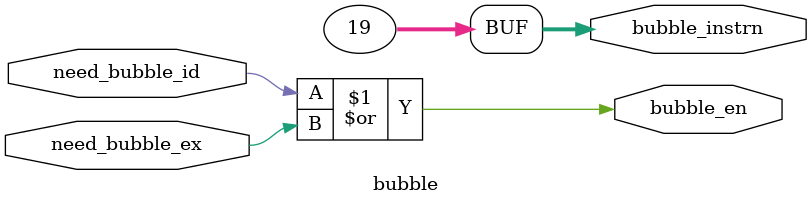
<source format=v>
module bubble(
    input wire         need_bubble_id,
    input wire         need_bubble_ex,
    output wire        bubble_en,
    output wire [31:0] bubble_instrn
);

    assign bubble_en = need_bubble_id | need_bubble_ex;
    assign bubble_instrn = 32'b000000000000_000_000_000_0010011; // NOP instruction (ADDI x0, x0, 0)

endmodule
</source>
